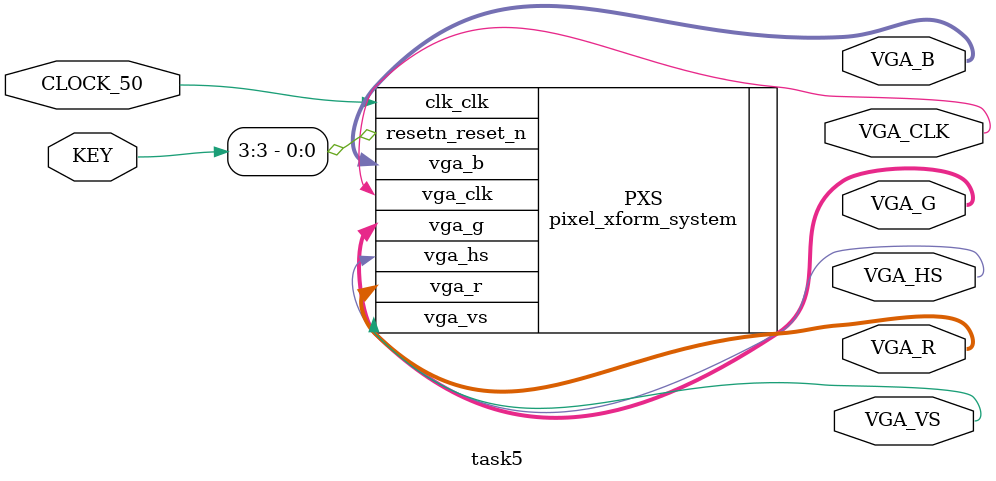
<source format=sv>
module task5 (
input CLOCK_50, 
input [3:0] KEY, 
output [7:0] VGA_R, 
output [7:0] VGA_G,
output [7:0] VGA_B, 
output VGA_VS,
output VGA_HS,
output VGA_CLK   
); 

	pixel_xform_system PXS (
	.clk_clk (CLOCK_50),
	.resetn_reset_n (KEY[3]), 
	.vga_b (VGA_B), 
	.vga_clk (VGA_CLK), 
	.vga_g (VGA_G),
	.vga_hs (VGA_HS), 
	.vga_r (VGA_R),
	.vga_vs (VGA_VS)
	);
	
endmodule 
</source>
